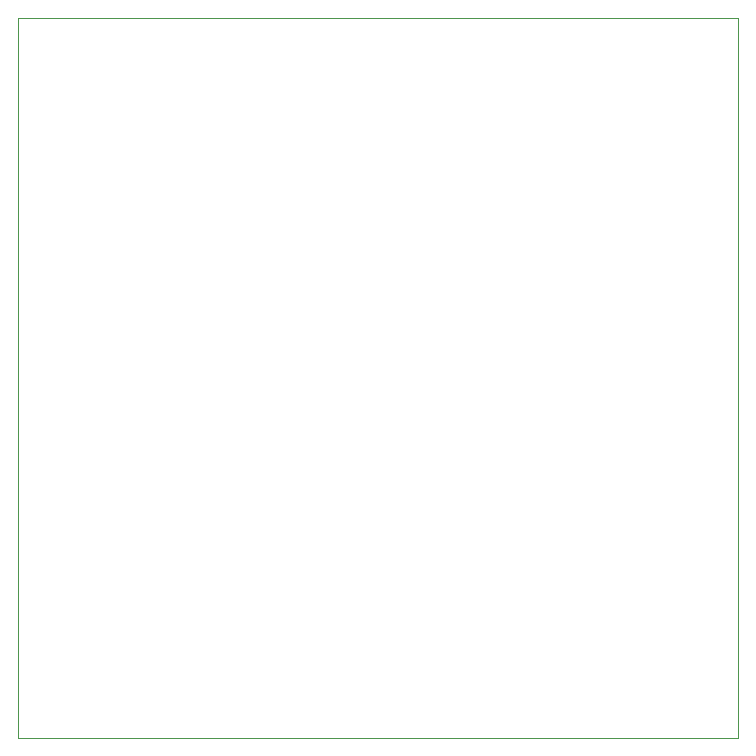
<source format=gbr>
G04 #@! TF.GenerationSoftware,KiCad,Pcbnew,(5.1.4)-1*
G04 #@! TF.CreationDate,2020-05-19T09:12:06+02:00*
G04 #@! TF.ProjectId,neonpixelmatrix,6e656f6e-7069-4786-956c-6d6174726978,rev?*
G04 #@! TF.SameCoordinates,Original*
G04 #@! TF.FileFunction,Profile,NP*
%FSLAX46Y46*%
G04 Gerber Fmt 4.6, Leading zero omitted, Abs format (unit mm)*
G04 Created by KiCad (PCBNEW (5.1.4)-1) date 2020-05-19 09:12:06*
%MOMM*%
%LPD*%
G04 APERTURE LIST*
%ADD10C,0.050000*%
G04 APERTURE END LIST*
D10*
X163830000Y-74930000D02*
X102870000Y-74930000D01*
X163830000Y-13970000D02*
X163830000Y-74930000D01*
X102870000Y-13970000D02*
X163830000Y-13970000D01*
X102870000Y-74930000D02*
X102870000Y-13970000D01*
M02*

</source>
